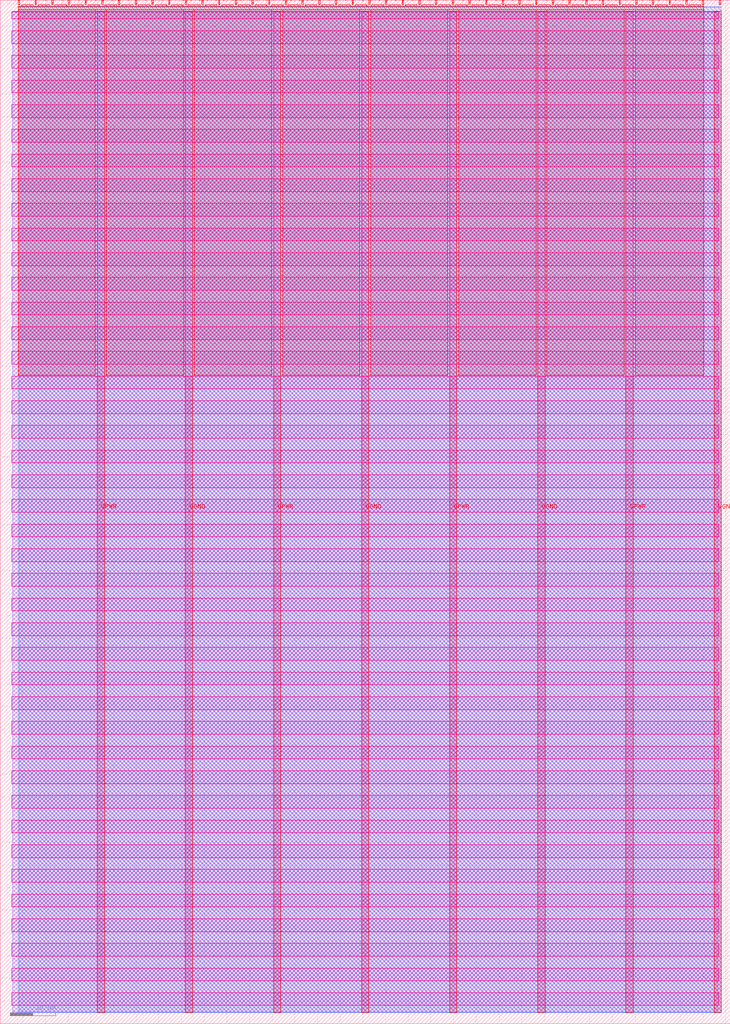
<source format=lef>
VERSION 5.7 ;
  NOWIREEXTENSIONATPIN ON ;
  DIVIDERCHAR "/" ;
  BUSBITCHARS "[]" ;
MACRO tt_um_thorkn_audiochip_v2
  CLASS BLOCK ;
  FOREIGN tt_um_thorkn_audiochip_v2 ;
  ORIGIN 0.000 0.000 ;
  SIZE 161.000 BY 225.760 ;
  PIN VGND
    DIRECTION INOUT ;
    USE GROUND ;
    PORT
      LAYER met4 ;
        RECT 40.830 2.480 42.430 223.280 ;
    END
    PORT
      LAYER met4 ;
        RECT 79.700 2.480 81.300 223.280 ;
    END
    PORT
      LAYER met4 ;
        RECT 118.570 2.480 120.170 223.280 ;
    END
    PORT
      LAYER met4 ;
        RECT 157.440 2.480 159.040 223.280 ;
    END
  END VGND
  PIN VPWR
    DIRECTION INOUT ;
    USE POWER ;
    PORT
      LAYER met4 ;
        RECT 21.395 2.480 22.995 223.280 ;
    END
    PORT
      LAYER met4 ;
        RECT 60.265 2.480 61.865 223.280 ;
    END
    PORT
      LAYER met4 ;
        RECT 99.135 2.480 100.735 223.280 ;
    END
    PORT
      LAYER met4 ;
        RECT 138.005 2.480 139.605 223.280 ;
    END
  END VPWR
  PIN clk
    DIRECTION INPUT ;
    USE SIGNAL ;
    ANTENNAGATEAREA 0.852000 ;
    PORT
      LAYER met4 ;
        RECT 154.870 224.760 155.170 225.760 ;
    END
  END clk
  PIN ena
    DIRECTION INPUT ;
    USE SIGNAL ;
    PORT
      LAYER met4 ;
        RECT 158.550 224.760 158.850 225.760 ;
    END
  END ena
  PIN rst_n
    DIRECTION INPUT ;
    USE SIGNAL ;
    ANTENNAGATEAREA 0.196500 ;
    PORT
      LAYER met4 ;
        RECT 151.190 224.760 151.490 225.760 ;
    END
  END rst_n
  PIN ui_in[0]
    DIRECTION INPUT ;
    USE SIGNAL ;
    ANTENNAGATEAREA 0.196500 ;
    PORT
      LAYER met4 ;
        RECT 147.510 224.760 147.810 225.760 ;
    END
  END ui_in[0]
  PIN ui_in[1]
    DIRECTION INPUT ;
    USE SIGNAL ;
    ANTENNAGATEAREA 0.196500 ;
    PORT
      LAYER met4 ;
        RECT 143.830 224.760 144.130 225.760 ;
    END
  END ui_in[1]
  PIN ui_in[2]
    DIRECTION INPUT ;
    USE SIGNAL ;
    ANTENNAGATEAREA 0.196500 ;
    PORT
      LAYER met4 ;
        RECT 140.150 224.760 140.450 225.760 ;
    END
  END ui_in[2]
  PIN ui_in[3]
    DIRECTION INPUT ;
    USE SIGNAL ;
    ANTENNAGATEAREA 0.196500 ;
    PORT
      LAYER met4 ;
        RECT 136.470 224.760 136.770 225.760 ;
    END
  END ui_in[3]
  PIN ui_in[4]
    DIRECTION INPUT ;
    USE SIGNAL ;
    ANTENNAGATEAREA 0.196500 ;
    PORT
      LAYER met4 ;
        RECT 132.790 224.760 133.090 225.760 ;
    END
  END ui_in[4]
  PIN ui_in[5]
    DIRECTION INPUT ;
    USE SIGNAL ;
    ANTENNAGATEAREA 0.196500 ;
    PORT
      LAYER met4 ;
        RECT 129.110 224.760 129.410 225.760 ;
    END
  END ui_in[5]
  PIN ui_in[6]
    DIRECTION INPUT ;
    USE SIGNAL ;
    ANTENNAGATEAREA 0.196500 ;
    PORT
      LAYER met4 ;
        RECT 125.430 224.760 125.730 225.760 ;
    END
  END ui_in[6]
  PIN ui_in[7]
    DIRECTION INPUT ;
    USE SIGNAL ;
    ANTENNAGATEAREA 0.196500 ;
    PORT
      LAYER met4 ;
        RECT 121.750 224.760 122.050 225.760 ;
    END
  END ui_in[7]
  PIN uio_in[0]
    DIRECTION INPUT ;
    USE SIGNAL ;
    ANTENNAGATEAREA 0.159000 ;
    PORT
      LAYER met4 ;
        RECT 118.070 224.760 118.370 225.760 ;
    END
  END uio_in[0]
  PIN uio_in[1]
    DIRECTION INPUT ;
    USE SIGNAL ;
    ANTENNAGATEAREA 0.213000 ;
    PORT
      LAYER met4 ;
        RECT 114.390 224.760 114.690 225.760 ;
    END
  END uio_in[1]
  PIN uio_in[2]
    DIRECTION INPUT ;
    USE SIGNAL ;
    ANTENNAGATEAREA 0.213000 ;
    PORT
      LAYER met4 ;
        RECT 110.710 224.760 111.010 225.760 ;
    END
  END uio_in[2]
  PIN uio_in[3]
    DIRECTION INPUT ;
    USE SIGNAL ;
    ANTENNAGATEAREA 0.213000 ;
    PORT
      LAYER met4 ;
        RECT 107.030 224.760 107.330 225.760 ;
    END
  END uio_in[3]
  PIN uio_in[4]
    DIRECTION INPUT ;
    USE SIGNAL ;
    ANTENNAGATEAREA 0.196500 ;
    PORT
      LAYER met4 ;
        RECT 103.350 224.760 103.650 225.760 ;
    END
  END uio_in[4]
  PIN uio_in[5]
    DIRECTION INPUT ;
    USE SIGNAL ;
    ANTENNAGATEAREA 0.196500 ;
    PORT
      LAYER met4 ;
        RECT 99.670 224.760 99.970 225.760 ;
    END
  END uio_in[5]
  PIN uio_in[6]
    DIRECTION INPUT ;
    USE SIGNAL ;
    ANTENNAGATEAREA 0.196500 ;
    PORT
      LAYER met4 ;
        RECT 95.990 224.760 96.290 225.760 ;
    END
  END uio_in[6]
  PIN uio_in[7]
    DIRECTION INPUT ;
    USE SIGNAL ;
    ANTENNAGATEAREA 0.196500 ;
    PORT
      LAYER met4 ;
        RECT 92.310 224.760 92.610 225.760 ;
    END
  END uio_in[7]
  PIN uio_oe[0]
    DIRECTION OUTPUT TRISTATE ;
    USE SIGNAL ;
    PORT
      LAYER met4 ;
        RECT 29.750 224.760 30.050 225.760 ;
    END
  END uio_oe[0]
  PIN uio_oe[1]
    DIRECTION OUTPUT TRISTATE ;
    USE SIGNAL ;
    PORT
      LAYER met4 ;
        RECT 26.070 224.760 26.370 225.760 ;
    END
  END uio_oe[1]
  PIN uio_oe[2]
    DIRECTION OUTPUT TRISTATE ;
    USE SIGNAL ;
    PORT
      LAYER met4 ;
        RECT 22.390 224.760 22.690 225.760 ;
    END
  END uio_oe[2]
  PIN uio_oe[3]
    DIRECTION OUTPUT TRISTATE ;
    USE SIGNAL ;
    PORT
      LAYER met4 ;
        RECT 18.710 224.760 19.010 225.760 ;
    END
  END uio_oe[3]
  PIN uio_oe[4]
    DIRECTION OUTPUT TRISTATE ;
    USE SIGNAL ;
    PORT
      LAYER met4 ;
        RECT 15.030 224.760 15.330 225.760 ;
    END
  END uio_oe[4]
  PIN uio_oe[5]
    DIRECTION OUTPUT TRISTATE ;
    USE SIGNAL ;
    PORT
      LAYER met4 ;
        RECT 11.350 224.760 11.650 225.760 ;
    END
  END uio_oe[5]
  PIN uio_oe[6]
    DIRECTION OUTPUT TRISTATE ;
    USE SIGNAL ;
    PORT
      LAYER met4 ;
        RECT 7.670 224.760 7.970 225.760 ;
    END
  END uio_oe[6]
  PIN uio_oe[7]
    DIRECTION OUTPUT TRISTATE ;
    USE SIGNAL ;
    PORT
      LAYER met4 ;
        RECT 3.990 224.760 4.290 225.760 ;
    END
  END uio_oe[7]
  PIN uio_out[0]
    DIRECTION OUTPUT TRISTATE ;
    USE SIGNAL ;
    PORT
      LAYER met4 ;
        RECT 59.190 224.760 59.490 225.760 ;
    END
  END uio_out[0]
  PIN uio_out[1]
    DIRECTION OUTPUT TRISTATE ;
    USE SIGNAL ;
    PORT
      LAYER met4 ;
        RECT 55.510 224.760 55.810 225.760 ;
    END
  END uio_out[1]
  PIN uio_out[2]
    DIRECTION OUTPUT TRISTATE ;
    USE SIGNAL ;
    PORT
      LAYER met4 ;
        RECT 51.830 224.760 52.130 225.760 ;
    END
  END uio_out[2]
  PIN uio_out[3]
    DIRECTION OUTPUT TRISTATE ;
    USE SIGNAL ;
    PORT
      LAYER met4 ;
        RECT 48.150 224.760 48.450 225.760 ;
    END
  END uio_out[3]
  PIN uio_out[4]
    DIRECTION OUTPUT TRISTATE ;
    USE SIGNAL ;
    PORT
      LAYER met4 ;
        RECT 44.470 224.760 44.770 225.760 ;
    END
  END uio_out[4]
  PIN uio_out[5]
    DIRECTION OUTPUT TRISTATE ;
    USE SIGNAL ;
    PORT
      LAYER met4 ;
        RECT 40.790 224.760 41.090 225.760 ;
    END
  END uio_out[5]
  PIN uio_out[6]
    DIRECTION OUTPUT TRISTATE ;
    USE SIGNAL ;
    PORT
      LAYER met4 ;
        RECT 37.110 224.760 37.410 225.760 ;
    END
  END uio_out[6]
  PIN uio_out[7]
    DIRECTION OUTPUT TRISTATE ;
    USE SIGNAL ;
    PORT
      LAYER met4 ;
        RECT 33.430 224.760 33.730 225.760 ;
    END
  END uio_out[7]
  PIN uo_out[0]
    DIRECTION OUTPUT TRISTATE ;
    USE SIGNAL ;
    ANTENNADIFFAREA 0.795200 ;
    PORT
      LAYER met4 ;
        RECT 88.630 224.760 88.930 225.760 ;
    END
  END uo_out[0]
  PIN uo_out[1]
    DIRECTION OUTPUT TRISTATE ;
    USE SIGNAL ;
    ANTENNADIFFAREA 0.795200 ;
    PORT
      LAYER met4 ;
        RECT 84.950 224.760 85.250 225.760 ;
    END
  END uo_out[1]
  PIN uo_out[2]
    DIRECTION OUTPUT TRISTATE ;
    USE SIGNAL ;
    PORT
      LAYER met4 ;
        RECT 81.270 224.760 81.570 225.760 ;
    END
  END uo_out[2]
  PIN uo_out[3]
    DIRECTION OUTPUT TRISTATE ;
    USE SIGNAL ;
    PORT
      LAYER met4 ;
        RECT 77.590 224.760 77.890 225.760 ;
    END
  END uo_out[3]
  PIN uo_out[4]
    DIRECTION OUTPUT TRISTATE ;
    USE SIGNAL ;
    PORT
      LAYER met4 ;
        RECT 73.910 224.760 74.210 225.760 ;
    END
  END uo_out[4]
  PIN uo_out[5]
    DIRECTION OUTPUT TRISTATE ;
    USE SIGNAL ;
    PORT
      LAYER met4 ;
        RECT 70.230 224.760 70.530 225.760 ;
    END
  END uo_out[5]
  PIN uo_out[6]
    DIRECTION OUTPUT TRISTATE ;
    USE SIGNAL ;
    PORT
      LAYER met4 ;
        RECT 66.550 224.760 66.850 225.760 ;
    END
  END uo_out[6]
  PIN uo_out[7]
    DIRECTION OUTPUT TRISTATE ;
    USE SIGNAL ;
    PORT
      LAYER met4 ;
        RECT 62.870 224.760 63.170 225.760 ;
    END
  END uo_out[7]
  OBS
      LAYER nwell ;
        RECT 2.570 221.625 158.430 223.230 ;
        RECT 2.570 216.185 158.430 219.015 ;
        RECT 2.570 210.745 158.430 213.575 ;
        RECT 2.570 205.305 158.430 208.135 ;
        RECT 2.570 199.865 158.430 202.695 ;
        RECT 2.570 194.425 158.430 197.255 ;
        RECT 2.570 188.985 158.430 191.815 ;
        RECT 2.570 183.545 158.430 186.375 ;
        RECT 2.570 178.105 158.430 180.935 ;
        RECT 2.570 172.665 158.430 175.495 ;
        RECT 2.570 167.225 158.430 170.055 ;
        RECT 2.570 161.785 158.430 164.615 ;
        RECT 2.570 156.345 158.430 159.175 ;
        RECT 2.570 150.905 158.430 153.735 ;
        RECT 2.570 145.465 158.430 148.295 ;
        RECT 2.570 140.025 158.430 142.855 ;
        RECT 2.570 134.585 158.430 137.415 ;
        RECT 2.570 129.145 158.430 131.975 ;
        RECT 2.570 123.705 158.430 126.535 ;
        RECT 2.570 118.265 158.430 121.095 ;
        RECT 2.570 112.825 158.430 115.655 ;
        RECT 2.570 107.385 158.430 110.215 ;
        RECT 2.570 101.945 158.430 104.775 ;
        RECT 2.570 96.505 158.430 99.335 ;
        RECT 2.570 91.065 158.430 93.895 ;
        RECT 2.570 85.625 158.430 88.455 ;
        RECT 2.570 80.185 158.430 83.015 ;
        RECT 2.570 74.745 158.430 77.575 ;
        RECT 2.570 69.305 158.430 72.135 ;
        RECT 2.570 63.865 158.430 66.695 ;
        RECT 2.570 58.425 158.430 61.255 ;
        RECT 2.570 52.985 158.430 55.815 ;
        RECT 2.570 47.545 158.430 50.375 ;
        RECT 2.570 42.105 158.430 44.935 ;
        RECT 2.570 36.665 158.430 39.495 ;
        RECT 2.570 31.225 158.430 34.055 ;
        RECT 2.570 25.785 158.430 28.615 ;
        RECT 2.570 20.345 158.430 23.175 ;
        RECT 2.570 14.905 158.430 17.735 ;
        RECT 2.570 9.465 158.430 12.295 ;
        RECT 2.570 4.025 158.430 6.855 ;
      LAYER li1 ;
        RECT 2.760 2.635 158.240 223.125 ;
      LAYER met1 ;
        RECT 2.760 2.480 159.040 223.280 ;
      LAYER met2 ;
        RECT 4.230 2.535 159.010 224.245 ;
      LAYER met3 ;
        RECT 3.950 2.555 159.030 224.225 ;
      LAYER met4 ;
        RECT 4.690 224.360 7.270 224.760 ;
        RECT 8.370 224.360 10.950 224.760 ;
        RECT 12.050 224.360 14.630 224.760 ;
        RECT 15.730 224.360 18.310 224.760 ;
        RECT 19.410 224.360 21.990 224.760 ;
        RECT 23.090 224.360 25.670 224.760 ;
        RECT 26.770 224.360 29.350 224.760 ;
        RECT 30.450 224.360 33.030 224.760 ;
        RECT 34.130 224.360 36.710 224.760 ;
        RECT 37.810 224.360 40.390 224.760 ;
        RECT 41.490 224.360 44.070 224.760 ;
        RECT 45.170 224.360 47.750 224.760 ;
        RECT 48.850 224.360 51.430 224.760 ;
        RECT 52.530 224.360 55.110 224.760 ;
        RECT 56.210 224.360 58.790 224.760 ;
        RECT 59.890 224.360 62.470 224.760 ;
        RECT 63.570 224.360 66.150 224.760 ;
        RECT 67.250 224.360 69.830 224.760 ;
        RECT 70.930 224.360 73.510 224.760 ;
        RECT 74.610 224.360 77.190 224.760 ;
        RECT 78.290 224.360 80.870 224.760 ;
        RECT 81.970 224.360 84.550 224.760 ;
        RECT 85.650 224.360 88.230 224.760 ;
        RECT 89.330 224.360 91.910 224.760 ;
        RECT 93.010 224.360 95.590 224.760 ;
        RECT 96.690 224.360 99.270 224.760 ;
        RECT 100.370 224.360 102.950 224.760 ;
        RECT 104.050 224.360 106.630 224.760 ;
        RECT 107.730 224.360 110.310 224.760 ;
        RECT 111.410 224.360 113.990 224.760 ;
        RECT 115.090 224.360 117.670 224.760 ;
        RECT 118.770 224.360 121.350 224.760 ;
        RECT 122.450 224.360 125.030 224.760 ;
        RECT 126.130 224.360 128.710 224.760 ;
        RECT 129.810 224.360 132.390 224.760 ;
        RECT 133.490 224.360 136.070 224.760 ;
        RECT 137.170 224.360 139.750 224.760 ;
        RECT 140.850 224.360 143.430 224.760 ;
        RECT 144.530 224.360 147.110 224.760 ;
        RECT 148.210 224.360 150.790 224.760 ;
        RECT 151.890 224.360 154.470 224.760 ;
        RECT 3.975 223.680 155.185 224.360 ;
        RECT 3.975 142.975 20.995 223.680 ;
        RECT 23.395 142.975 40.430 223.680 ;
        RECT 42.830 142.975 59.865 223.680 ;
        RECT 62.265 142.975 79.300 223.680 ;
        RECT 81.700 142.975 98.735 223.680 ;
        RECT 101.135 142.975 118.170 223.680 ;
        RECT 120.570 142.975 137.605 223.680 ;
        RECT 140.005 142.975 155.185 223.680 ;
  END
END tt_um_thorkn_audiochip_v2
END LIBRARY


</source>
